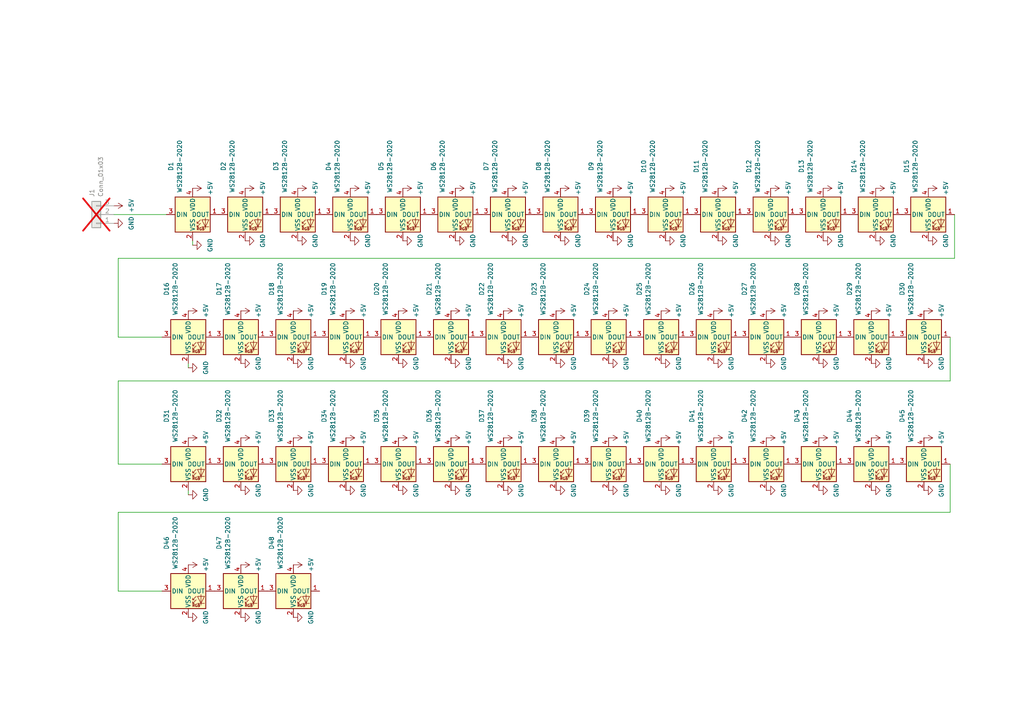
<source format=kicad_sch>
(kicad_sch (version 20250114) (generator "eeschema") (generator_version "9.0")
  (paper "A4")
  (title_block (rev "1") (company "Stiftelsen Teknikens Hus"))
  (lib_symbols
    (symbol "Connector_Generic:Conn_01x03" (pin_names (offset 1.016) (hide yes))
      (property "Reference" "J" (at 0 5.08 0))
      (property "Value" "Conn_01x03" (at 0 -5.08 0))
      (symbol "Conn_01x03_1_1"
        (rectangle (start -1.27 3.81) (end 1.27 -3.81) (stroke (width 0.254)) (fill (type background)))
        (rectangle (start -1.27 2.667) (end 0 2.413) (stroke (width 0.1524)))
        (rectangle (start -1.27 0.127) (end 0 -0.127) (stroke (width 0.1524)))
        (rectangle (start -1.27 -2.413) (end 0 -2.667) (stroke (width 0.1524)))
        (pin passive line (at -5.08 2.54 0) (length 3.81) (name "Pin_1") (number "1"))
        (pin passive line (at -5.08 0 0) (length 3.81) (name "Pin_2") (number "2"))
        (pin passive line (at -5.08 -2.54 0) (length 3.81) (name "Pin_3") (number "3"))
      )
    )
    (symbol "LED:WS2812B-2020" (pin_names (offset 0.254))
      (property "Reference" "D" (at 5.08 5.715 0))
      (property "Value" "WS2812B-2020" (at 1.27 -5.715 0))
      (symbol "WS2812B-2020_0_0"
        (text "RGB" (at 2.286 -4.191 0) (effects (font (size 0.762 0.762))))
      )
      (symbol "WS2812B-2020_0_1"
        (polyline (pts (xy 1.27 -2.54) (xy 1.778 -2.54)))
        (polyline (pts (xy 1.27 -3.556) (xy 1.778 -3.556)))
        (polyline (pts (xy 2.286 -1.524) (xy 1.27 -2.54) (xy 1.27 -2.032)))
        (polyline (pts (xy 2.286 -2.54) (xy 1.27 -3.556) (xy 1.27 -3.048)))
        (polyline (pts (xy 3.683 -1.016) (xy 3.683 -3.556) (xy 3.683 -4.064)))
        (polyline (pts (xy 4.699 -1.524) (xy 2.667 -1.524) (xy 3.683 -3.556) (xy 4.699 -1.524)))
        (polyline (pts (xy 4.699 -3.556) (xy 2.667 -3.556)))
        (rectangle (start 5.08 5.08) (end -5.08 -5.08) (stroke (width 0.254)) (fill (type background)))
      )
      (symbol "WS2812B-2020_1_1"
        (pin input line (at -7.62 0 0) (length 2.54) (name "DIN") (number "3"))
        (pin power_in line (at 0 7.62 270) (length 2.54) (name "VDD") (number "4"))
        (pin power_in line (at 0 -7.62 90) (length 2.54) (name "VSS") (number "2"))
        (pin output line (at 7.62 0 180) (length 2.54) (name "DOUT") (number "1"))
      )
    )
    (symbol "power:+5V" (power) (pin_numbers (hide yes)) (pin_names (offset 0) (hide yes))
      (property "Value" "+5V" (at 0 3.556 0))
      (symbol "+5V_0_1"
        (polyline (pts (xy -0.762 1.27) (xy 0 2.54)))
        (polyline (pts (xy 0 2.54) (xy 0.762 1.27)))
        (polyline (pts (xy 0 0) (xy 0 2.54)))
      )
      (symbol "+5V_1_1"
        (pin power_in line (at 0 0 90) (length 0) (name "~") (number "1"))
      )
    )
    (symbol "power:GND" (power) (pin_numbers (hide yes)) (pin_names (offset 0) (hide yes))
      (property "Value" "GND" (at 0 -3.81 0))
      (symbol "GND_0_1"
        (polyline (pts (xy 0 0) (xy 0 -1.27) (xy 1.27 -1.27) (xy 0 -2.54) (xy -1.27 -1.27) (xy 0 -1.27)))
      )
      (symbol "GND_1_1"
        (pin power_in line (at 0 0 270) (length 0) (name "~") (number "1"))
      )
    )
  )
  (wire (pts (xy 34.29 110.49) (xy 34.29 134.62)))
  (wire (pts (xy 275.59 134.62) (xy 275.59 148.59)))
  (wire (pts (xy 33.02 62.23) (xy 48.26 62.23)))
  (wire (pts (xy 275.59 110.49) (xy 34.29 110.49)))
  (wire (pts (xy 34.29 171.45) (xy 46.99 171.45)))
  (wire (pts (xy 275.59 148.59) (xy 34.29 148.59)))
  (wire (pts (xy 276.86 74.93) (xy 34.29 74.93)))
  (wire (pts (xy 276.86 62.23) (xy 276.86 74.93)))
  (wire (pts (xy 34.29 97.79) (xy 46.99 97.79)))
  (wire (pts (xy 34.29 134.62) (xy 46.99 134.62)))
  (wire (pts (xy 34.29 74.93) (xy 34.29 97.79)))
  (wire (pts (xy 275.59 97.79) (xy 275.59 110.49)))
  (wire (pts (xy 34.29 148.59) (xy 34.29 171.45)))
  (wire (pts (xy 54.61 143.51) (xy 54.61 142.24)))
  (wire (pts (xy 54.61 106.68) (xy 54.61 105.41)))
  (wire (pts (xy 55.88 71.12) (xy 55.88 69.85)))
  (symbol (lib_id "power:+5V") (at 85.09 90.17 270) (unit 1)
    (property "Reference" "#PWR037" (effects (hide yes)))
    (property "Value" "+5V" (at 90.17 90.17 0))
    (property "Description" "Power symbol creates a global label with name \"+5V\"" (effects (hide yes)))
  )
  (symbol (lib_id "power:GND") (at 85.09 179.07 90) (unit 1)
    (property "Reference" "#PWR098" (effects (hide yes)))
    (property "Value" "GND" (at 90.17 179.07 0))
    (property "Description" "Power symbol creates a global label with name \"GND\" , ground" (effects (hide yes)))
  )
  (symbol (lib_id "LED:WS2812B-2020") (at 252.73 134.62 0) (unit 1)
    (property "Reference" "D44" (at 246.4114 120.65 90))
    (property "Value" "WS2812B-2020" (at 248.9514 120.65 90))
    (property "Footprint" "LED_SMD:LED_WS2812B-2020_PLCC4_2.0x2.0mm" (effects (hide yes)))
    (property "Datasheet" "https://cdn-shop.adafruit.com/product-files/4684/4684_WS2812B-2020_V1.3_EN.pdf" (effects (hide yes)))
    (property "Description" "RGB LED with integrated controller, 2.0 x 2.0 mm, 12 mA" (effects (hide yes)))
  )
  (symbol (lib_id "LED:WS2812B-2020") (at 147.32 62.23 0) (unit 1)
    (property "Reference" "D7" (at 141.0014 48.26 90))
    (property "Value" "WS2812B-2020" (at 143.5414 48.26 90))
    (property "Footprint" "LED_SMD:LED_WS2812B-2020_PLCC4_2.0x2.0mm" (effects (hide yes)))
    (property "Datasheet" "https://cdn-shop.adafruit.com/product-files/4684/4684_WS2812B-2020_V1.3_EN.pdf" (effects (hide yes)))
    (property "Description" "RGB LED with integrated controller, 2.0 x 2.0 mm, 12 mA" (effects (hide yes)))
  )
  (symbol (lib_id "power:GND") (at 222.25 105.41 90) (unit 1)
    (property "Reference" "#PWR056" (effects (hide yes)))
    (property "Value" "GND" (at 227.33 105.41 0))
    (property "Description" "Power symbol creates a global label with name \"GND\" , ground" (effects (hide yes)))
  )
  (symbol (lib_id "power:+5V") (at 222.25 127 270) (unit 1)
    (property "Reference" "#PWR085" (effects (hide yes)))
    (property "Value" "+5V" (at 227.33 127 0))
    (property "Description" "Power symbol creates a global label with name \"+5V\"" (effects (hide yes)))
  )
  (symbol (lib_id "power:+5V") (at 161.29 127 270) (unit 1)
    (property "Reference" "#PWR077" (effects (hide yes)))
    (property "Value" "+5V" (at 166.37 127 0))
    (property "Description" "Power symbol creates a global label with name \"+5V\"" (effects (hide yes)))
  )
  (symbol (lib_id "power:GND") (at 161.29 142.24 90) (unit 1)
    (property "Reference" "#PWR078" (effects (hide yes)))
    (property "Value" "GND" (at 166.37 142.24 0))
    (property "Description" "Power symbol creates a global label with name \"GND\" , ground" (effects (hide yes)))
  )
  (symbol (lib_id "LED:WS2812B-2020") (at 161.29 97.79 0) (unit 1)
    (property "Reference" "D23" (at 154.9714 83.82 90))
    (property "Value" "WS2812B-2020" (at 157.5114 83.82 90))
    (property "Footprint" "LED_SMD:LED_WS2812B-2020_PLCC4_2.0x2.0mm" (effects (hide yes)))
    (property "Datasheet" "https://cdn-shop.adafruit.com/product-files/4684/4684_WS2812B-2020_V1.3_EN.pdf" (effects (hide yes)))
    (property "Description" "RGB LED with integrated controller, 2.0 x 2.0 mm, 12 mA" (effects (hide yes)))
  )
  (symbol (lib_id "power:+5V") (at 69.85 90.17 270) (unit 1)
    (property "Reference" "#PWR035" (effects (hide yes)))
    (property "Value" "+5V" (at 74.93 90.17 0))
    (property "Description" "Power symbol creates a global label with name \"+5V\"" (effects (hide yes)))
  )
  (symbol (lib_id "power:+5V") (at 146.05 90.17 270) (unit 1)
    (property "Reference" "#PWR045" (effects (hide yes)))
    (property "Value" "+5V" (at 151.13 90.17 0))
    (property "Description" "Power symbol creates a global label with name \"+5V\"" (effects (hide yes)))
  )
  (symbol (lib_id "power:GND") (at 130.81 142.24 90) (unit 1)
    (property "Reference" "#PWR074" (effects (hide yes)))
    (property "Value" "GND" (at 135.89 142.24 0))
    (property "Description" "Power symbol creates a global label with name \"GND\" , ground" (effects (hide yes)))
  )
  (symbol (lib_id "LED:WS2812B-2020") (at 238.76 62.23 0) (unit 1)
    (property "Reference" "D13" (at 232.4414 48.26 90))
    (property "Value" "WS2812B-2020" (at 234.9814 48.26 90))
    (property "Footprint" "LED_SMD:LED_WS2812B-2020_PLCC4_2.0x2.0mm" (effects (hide yes)))
    (property "Datasheet" "https://cdn-shop.adafruit.com/product-files/4684/4684_WS2812B-2020_V1.3_EN.pdf" (effects (hide yes)))
    (property "Description" "RGB LED with integrated controller, 2.0 x 2.0 mm, 12 mA" (effects (hide yes)))
  )
  (symbol (lib_id "LED:WS2812B-2020") (at 85.09 134.62 0) (unit 1)
    (property "Reference" "D33" (at 78.7714 120.65 90))
    (property "Value" "WS2812B-2020" (at 81.3114 120.65 90))
    (property "Footprint" "LED_SMD:LED_WS2812B-2020_PLCC4_2.0x2.0mm" (effects (hide yes)))
    (property "Datasheet" "https://cdn-shop.adafruit.com/product-files/4684/4684_WS2812B-2020_V1.3_EN.pdf" (effects (hide yes)))
    (property "Description" "RGB LED with integrated controller, 2.0 x 2.0 mm, 12 mA" (effects (hide yes)))
  )
  (symbol (lib_id "LED:WS2812B-2020") (at 146.05 134.62 0) (unit 1)
    (property "Reference" "D37" (at 139.7314 120.65 90))
    (property "Value" "WS2812B-2020" (at 142.2714 120.65 90))
    (property "Footprint" "LED_SMD:LED_WS2812B-2020_PLCC4_2.0x2.0mm" (effects (hide yes)))
    (property "Datasheet" "https://cdn-shop.adafruit.com/product-files/4684/4684_WS2812B-2020_V1.3_EN.pdf" (effects (hide yes)))
    (property "Description" "RGB LED with integrated controller, 2.0 x 2.0 mm, 12 mA" (effects (hide yes)))
  )
  (symbol (lib_id "LED:WS2812B-2020") (at 146.05 97.79 0) (unit 1)
    (property "Reference" "D22" (at 139.7314 83.82 90))
    (property "Value" "WS2812B-2020" (at 142.2714 83.82 90))
    (property "Footprint" "LED_SMD:LED_WS2812B-2020_PLCC4_2.0x2.0mm" (effects (hide yes)))
    (property "Datasheet" "https://cdn-shop.adafruit.com/product-files/4684/4684_WS2812B-2020_V1.3_EN.pdf" (effects (hide yes)))
    (property "Description" "RGB LED with integrated controller, 2.0 x 2.0 mm, 12 mA" (effects (hide yes)))
  )
  (symbol (lib_id "power:+5V") (at 193.04 54.61 270) (unit 1)
    (property "Reference" "#PWR021" (effects (hide yes)))
    (property "Value" "+5V" (at 198.12 54.61 0))
    (property "Description" "Power symbol creates a global label with name \"+5V\"" (effects (hide yes)))
  )
  (symbol (lib_id "power:+5V") (at 101.6 54.61 270) (unit 1)
    (property "Reference" "#PWR09" (effects (hide yes)))
    (property "Value" "+5V" (at 106.68 54.61 0))
    (property "Description" "Power symbol creates a global label with name \"+5V\"" (effects (hide yes)))
  )
  (symbol (lib_id "LED:WS2812B-2020") (at 54.61 97.79 0) (unit 1)
    (property "Reference" "D16" (at 48.2914 83.82 90))
    (property "Value" "WS2812B-2020" (at 50.8314 83.82 90))
    (property "Footprint" "LED_SMD:LED_WS2812B-2020_PLCC4_2.0x2.0mm" (effects (hide yes)))
    (property "Datasheet" "https://cdn-shop.adafruit.com/product-files/4684/4684_WS2812B-2020_V1.3_EN.pdf" (effects (hide yes)))
    (property "Description" "RGB LED with integrated controller, 2.0 x 2.0 mm, 12 mA" (effects (hide yes)))
  )
  (symbol (lib_id "LED:WS2812B-2020") (at 254 62.23 0) (unit 1)
    (property "Reference" "D14" (at 247.6814 48.26 90))
    (property "Value" "WS2812B-2020" (at 250.2214 48.26 90))
    (property "Footprint" "LED_SMD:LED_WS2812B-2020_PLCC4_2.0x2.0mm" (effects (hide yes)))
    (property "Datasheet" "https://cdn-shop.adafruit.com/product-files/4684/4684_WS2812B-2020_V1.3_EN.pdf" (effects (hide yes)))
    (property "Description" "RGB LED with integrated controller, 2.0 x 2.0 mm, 12 mA" (effects (hide yes)))
  )
  (symbol (lib_id "power:+5V") (at 252.73 90.17 270) (unit 1)
    (property "Reference" "#PWR059" (effects (hide yes)))
    (property "Value" "+5V" (at 257.81 90.17 0))
    (property "Description" "Power symbol creates a global label with name \"+5V\"" (effects (hide yes)))
  )
  (symbol (lib_id "LED:WS2812B-2020") (at 85.09 97.79 0) (unit 1)
    (property "Reference" "D18" (at 78.7714 83.82 90))
    (property "Value" "WS2812B-2020" (at 81.3114 83.82 90))
    (property "Footprint" "LED_SMD:LED_WS2812B-2020_PLCC4_2.0x2.0mm" (effects (hide yes)))
    (property "Datasheet" "https://cdn-shop.adafruit.com/product-files/4684/4684_WS2812B-2020_V1.3_EN.pdf" (effects (hide yes)))
    (property "Description" "RGB LED with integrated controller, 2.0 x 2.0 mm, 12 mA" (effects (hide yes)))
  )
  (symbol (lib_id "power:GND") (at 237.49 142.24 90) (unit 1)
    (property "Reference" "#PWR088" (effects (hide yes)))
    (property "Value" "GND" (at 242.57 142.24 0))
    (property "Description" "Power symbol creates a global label with name \"GND\" , ground" (effects (hide yes)))
  )
  (symbol (lib_id "LED:WS2812B-2020") (at 130.81 134.62 0) (unit 1)
    (property "Reference" "D36" (at 124.4914 120.65 90))
    (property "Value" "WS2812B-2020" (at 127.0314 120.65 90))
    (property "Footprint" "LED_SMD:LED_WS2812B-2020_PLCC4_2.0x2.0mm" (effects (hide yes)))
    (property "Datasheet" "https://cdn-shop.adafruit.com/product-files/4684/4684_WS2812B-2020_V1.3_EN.pdf" (effects (hide yes)))
    (property "Description" "RGB LED with integrated controller, 2.0 x 2.0 mm, 12 mA" (effects (hide yes)))
  )
  (symbol (lib_id "power:+5V") (at 254 54.61 270) (unit 1)
    (property "Reference" "#PWR029" (effects (hide yes)))
    (property "Value" "+5V" (at 259.08 54.61 0))
    (property "Description" "Power symbol creates a global label with name \"+5V\"" (effects (hide yes)))
  )
  (symbol (lib_id "LED:WS2812B-2020") (at 207.01 134.62 0) (unit 1)
    (property "Reference" "D41" (at 200.6914 120.65 90))
    (property "Value" "WS2812B-2020" (at 203.2314 120.65 90))
    (property "Footprint" "LED_SMD:LED_WS2812B-2020_PLCC4_2.0x2.0mm" (effects (hide yes)))
    (property "Datasheet" "https://cdn-shop.adafruit.com/product-files/4684/4684_WS2812B-2020_V1.3_EN.pdf" (effects (hide yes)))
    (property "Description" "RGB LED with integrated controller, 2.0 x 2.0 mm, 12 mA" (effects (hide yes)))
  )
  (symbol (lib_id "LED:WS2812B-2020") (at 252.73 97.79 0) (unit 1)
    (property "Reference" "D29" (at 246.4114 83.82 90))
    (property "Value" "WS2812B-2020" (at 248.9514 83.82 90))
    (property "Footprint" "LED_SMD:LED_WS2812B-2020_PLCC4_2.0x2.0mm" (effects (hide yes)))
    (property "Datasheet" "https://cdn-shop.adafruit.com/product-files/4684/4684_WS2812B-2020_V1.3_EN.pdf" (effects (hide yes)))
    (property "Description" "RGB LED with integrated controller, 2.0 x 2.0 mm, 12 mA" (effects (hide yes)))
  )
  (symbol (lib_id "LED:WS2812B-2020") (at 222.25 97.79 0) (unit 1)
    (property "Reference" "D27" (at 215.9314 83.82 90))
    (property "Value" "WS2812B-2020" (at 218.4714 83.82 90))
    (property "Footprint" "LED_SMD:LED_WS2812B-2020_PLCC4_2.0x2.0mm" (effects (hide yes)))
    (property "Datasheet" "https://cdn-shop.adafruit.com/product-files/4684/4684_WS2812B-2020_V1.3_EN.pdf" (effects (hide yes)))
    (property "Description" "RGB LED with integrated controller, 2.0 x 2.0 mm, 12 mA" (effects (hide yes)))
  )
  (symbol (lib_id "LED:WS2812B-2020") (at 161.29 134.62 0) (unit 1)
    (property "Reference" "D38" (at 154.9714 120.65 90))
    (property "Value" "WS2812B-2020" (at 157.5114 120.65 90))
    (property "Footprint" "LED_SMD:LED_WS2812B-2020_PLCC4_2.0x2.0mm" (effects (hide yes)))
    (property "Datasheet" "https://cdn-shop.adafruit.com/product-files/4684/4684_WS2812B-2020_V1.3_EN.pdf" (effects (hide yes)))
    (property "Description" "RGB LED with integrated controller, 2.0 x 2.0 mm, 12 mA" (effects (hide yes)))
  )
  (symbol (lib_id "LED:WS2812B-2020") (at 101.6 62.23 0) (unit 1)
    (property "Reference" "D4" (at 95.2814 48.26 90))
    (property "Value" "WS2812B-2020" (at 97.8214 48.26 90))
    (property "Footprint" "LED_SMD:LED_WS2812B-2020_PLCC4_2.0x2.0mm" (effects (hide yes)))
    (property "Datasheet" "https://cdn-shop.adafruit.com/product-files/4684/4684_WS2812B-2020_V1.3_EN.pdf" (effects (hide yes)))
    (property "Description" "RGB LED with integrated controller, 2.0 x 2.0 mm, 12 mA" (effects (hide yes)))
  )
  (symbol (lib_id "power:GND") (at 237.49 105.41 90) (unit 1)
    (property "Reference" "#PWR058" (effects (hide yes)))
    (property "Value" "GND" (at 242.57 105.41 0))
    (property "Description" "Power symbol creates a global label with name \"GND\" , ground" (effects (hide yes)))
  )
  (symbol (lib_id "power:GND") (at 101.6 69.85 90) (unit 1)
    (property "Reference" "#PWR010" (effects (hide yes)))
    (property "Value" "GND" (at 106.68 69.85 0))
    (property "Description" "Power symbol creates a global label with name \"GND\" , ground" (effects (hide yes)))
  )
  (symbol (lib_id "LED:WS2812B-2020") (at 237.49 134.62 0) (unit 1)
    (property "Reference" "D43" (at 231.1714 120.65 90))
    (property "Value" "WS2812B-2020" (at 233.7114 120.65 90))
    (property "Footprint" "LED_SMD:LED_WS2812B-2020_PLCC4_2.0x2.0mm" (effects (hide yes)))
    (property "Datasheet" "https://cdn-shop.adafruit.com/product-files/4684/4684_WS2812B-2020_V1.3_EN.pdf" (effects (hide yes)))
    (property "Description" "RGB LED with integrated controller, 2.0 x 2.0 mm, 12 mA" (effects (hide yes)))
  )
  (symbol (lib_id "power:GND") (at 100.33 105.41 90) (unit 1)
    (property "Reference" "#PWR040" (effects (hide yes)))
    (property "Value" "GND" (at 105.41 105.41 0))
    (property "Description" "Power symbol creates a global label with name \"GND\" , ground" (effects (hide yes)))
  )
  (symbol (lib_id "power:+5V") (at 162.56 54.61 270) (unit 1)
    (property "Reference" "#PWR017" (effects (hide yes)))
    (property "Value" "+5V" (at 167.64 54.61 0))
    (property "Description" "Power symbol creates a global label with name \"+5V\"" (effects (hide yes)))
  )
  (symbol (lib_id "power:+5V") (at 85.09 127 270) (unit 1)
    (property "Reference" "#PWR067" (effects (hide yes)))
    (property "Value" "+5V" (at 90.17 127 0))
    (property "Description" "Power symbol creates a global label with name \"+5V\"" (effects (hide yes)))
  )
  (symbol (lib_id "LED:WS2812B-2020") (at 208.28 62.23 0) (unit 1)
    (property "Reference" "D11" (at 201.9614 48.26 90))
    (property "Value" "WS2812B-2020" (at 204.5014 48.26 90))
    (property "Footprint" "LED_SMD:LED_WS2812B-2020_PLCC4_2.0x2.0mm" (effects (hide yes)))
    (property "Datasheet" "https://cdn-shop.adafruit.com/product-files/4684/4684_WS2812B-2020_V1.3_EN.pdf" (effects (hide yes)))
    (property "Description" "RGB LED with integrated controller, 2.0 x 2.0 mm, 12 mA" (effects (hide yes)))
  )
  (symbol (lib_id "LED:WS2812B-2020") (at 55.88 62.23 0) (unit 1)
    (property "Reference" "D1" (at 49.5614 48.26 90))
    (property "Value" "WS2812B-2020" (at 52.1014 48.26 90))
    (property "Footprint" "LED_SMD:LED_WS2812B-2020_PLCC4_2.0x2.0mm" (effects (hide yes)))
    (property "Datasheet" "https://cdn-shop.adafruit.com/product-files/4684/4684_WS2812B-2020_V1.3_EN.pdf" (effects (hide yes)))
    (property "Description" "RGB LED with integrated controller, 2.0 x 2.0 mm, 12 mA" (effects (hide yes)))
  )
  (symbol (lib_id "power:+5V") (at 147.32 54.61 270) (unit 1)
    (property "Reference" "#PWR015" (effects (hide yes)))
    (property "Value" "+5V" (at 152.4 54.61 0))
    (property "Description" "Power symbol creates a global label with name \"+5V\"" (effects (hide yes)))
  )
  (symbol (lib_id "power:GND") (at 33.02 64.77 90) (unit 1)
    (property "Reference" "#PWR05" (effects (hide yes)))
    (property "Value" "GND" (at 38.1 64.77 0))
    (property "Description" "Power symbol creates a global label with name \"GND\" , ground" (effects (hide yes)))
  )
  (symbol (lib_id "power:GND") (at 267.97 142.24 90) (unit 1)
    (property "Reference" "#PWR092" (effects (hide yes)))
    (property "Value" "GND" (at 273.05 142.24 0))
    (property "Description" "Power symbol creates a global label with name \"GND\" , ground" (effects (hide yes)))
  )
  (symbol (lib_id "power:+5V") (at 207.01 127 270) (unit 1)
    (property "Reference" "#PWR083" (effects (hide yes)))
    (property "Value" "+5V" (at 212.09 127 0))
    (property "Description" "Power symbol creates a global label with name \"+5V\"" (effects (hide yes)))
  )
  (symbol (lib_id "power:GND") (at 69.85 105.41 90) (unit 1)
    (property "Reference" "#PWR036" (effects (hide yes)))
    (property "Value" "GND" (at 74.93 105.41 0))
    (property "Description" "Power symbol creates a global label with name \"GND\" , ground" (effects (hide yes)))
  )
  (symbol (lib_id "LED:WS2812B-2020") (at 132.08 62.23 0) (unit 1)
    (property "Reference" "D6" (at 125.7614 48.26 90))
    (property "Value" "WS2812B-2020" (at 128.3014 48.26 90))
    (property "Footprint" "LED_SMD:LED_WS2812B-2020_PLCC4_2.0x2.0mm" (effects (hide yes)))
    (property "Datasheet" "https://cdn-shop.adafruit.com/product-files/4684/4684_WS2812B-2020_V1.3_EN.pdf" (effects (hide yes)))
    (property "Description" "RGB LED with integrated controller, 2.0 x 2.0 mm, 12 mA" (effects (hide yes)))
  )
  (symbol (lib_id "power:+5V") (at 223.52 54.61 270) (unit 1)
    (property "Reference" "#PWR025" (effects (hide yes)))
    (property "Value" "+5V" (at 228.6 54.61 0))
    (property "Description" "Power symbol creates a global label with name \"+5V\"" (effects (hide yes)))
  )
  (symbol (lib_id "power:+5V") (at 130.81 127 270) (unit 1)
    (property "Reference" "#PWR073" (effects (hide yes)))
    (property "Value" "+5V" (at 135.89 127 0))
    (property "Description" "Power symbol creates a global label with name \"+5V\"" (effects (hide yes)))
  )
  (symbol (lib_id "LED:WS2812B-2020") (at 222.25 134.62 0) (unit 1)
    (property "Reference" "D42" (at 215.9314 120.65 90))
    (property "Value" "WS2812B-2020" (at 218.4714 120.65 90))
    (property "Footprint" "LED_SMD:LED_WS2812B-2020_PLCC4_2.0x2.0mm" (effects (hide yes)))
    (property "Datasheet" "https://cdn-shop.adafruit.com/product-files/4684/4684_WS2812B-2020_V1.3_EN.pdf" (effects (hide yes)))
    (property "Description" "RGB LED with integrated controller, 2.0 x 2.0 mm, 12 mA" (effects (hide yes)))
  )
  (symbol (lib_id "power:GND") (at 176.53 105.41 90) (unit 1)
    (property "Reference" "#PWR050" (effects (hide yes)))
    (property "Value" "GND" (at 181.61 105.41 0))
    (property "Description" "Power symbol creates a global label with name \"GND\" , ground" (effects (hide yes)))
  )
  (symbol (lib_id "power:GND") (at 54.61 143.51 90) (unit 1)
    (property "Reference" "#PWR064" (effects (hide yes)))
    (property "Value" "GND" (at 59.69 143.51 0))
    (property "Description" "Power symbol creates a global label with name \"GND\" , ground" (effects (hide yes)))
  )
  (symbol (lib_id "power:+5V") (at 176.53 127 270) (unit 1)
    (property "Reference" "#PWR079" (effects (hide yes)))
    (property "Value" "+5V" (at 181.61 127 0))
    (property "Description" "Power symbol creates a global label with name \"+5V\"" (effects (hide yes)))
  )
  (symbol (lib_id "power:+5V") (at 191.77 90.17 270) (unit 1)
    (property "Reference" "#PWR051" (effects (hide yes)))
    (property "Value" "+5V" (at 196.85 90.17 0))
    (property "Description" "Power symbol creates a global label with name \"+5V\"" (effects (hide yes)))
  )
  (symbol (lib_id "LED:WS2812B-2020") (at 267.97 97.79 0) (unit 1)
    (property "Reference" "D30" (at 261.6514 83.82 90))
    (property "Value" "WS2812B-2020" (at 264.1914 83.82 90))
    (property "Footprint" "LED_SMD:LED_WS2812B-2020_PLCC4_2.0x2.0mm" (effects (hide yes)))
    (property "Datasheet" "https://cdn-shop.adafruit.com/product-files/4684/4684_WS2812B-2020_V1.3_EN.pdf" (effects (hide yes)))
    (property "Description" "RGB LED with integrated controller, 2.0 x 2.0 mm, 12 mA" (effects (hide yes)))
  )
  (symbol (lib_id "LED:WS2812B-2020") (at 191.77 97.79 0) (unit 1)
    (property "Reference" "D25" (at 185.4514 83.82 90))
    (property "Value" "WS2812B-2020" (at 187.9914 83.82 90))
    (property "Footprint" "LED_SMD:LED_WS2812B-2020_PLCC4_2.0x2.0mm" (effects (hide yes)))
    (property "Datasheet" "https://cdn-shop.adafruit.com/product-files/4684/4684_WS2812B-2020_V1.3_EN.pdf" (effects (hide yes)))
    (property "Description" "RGB LED with integrated controller, 2.0 x 2.0 mm, 12 mA" (effects (hide yes)))
  )
  (symbol (lib_id "power:+5V") (at 146.05 127 270) (unit 1)
    (property "Reference" "#PWR075" (effects (hide yes)))
    (property "Value" "+5V" (at 151.13 127 0))
    (property "Description" "Power symbol creates a global label with name \"+5V\"" (effects (hide yes)))
  )
  (symbol (lib_id "LED:WS2812B-2020") (at 100.33 97.79 0) (unit 1)
    (property "Reference" "D19" (at 94.0114 83.82 90))
    (property "Value" "WS2812B-2020" (at 96.5514 83.82 90))
    (property "Footprint" "LED_SMD:LED_WS2812B-2020_PLCC4_2.0x2.0mm" (effects (hide yes)))
    (property "Datasheet" "https://cdn-shop.adafruit.com/product-files/4684/4684_WS2812B-2020_V1.3_EN.pdf" (effects (hide yes)))
    (property "Description" "RGB LED with integrated controller, 2.0 x 2.0 mm, 12 mA" (effects (hide yes)))
  )
  (symbol (lib_id "power:GND") (at 269.24 69.85 90) (unit 1)
    (property "Reference" "#PWR032" (effects (hide yes)))
    (property "Value" "GND" (at 274.32 69.85 0))
    (property "Description" "Power symbol creates a global label with name \"GND\" , ground" (effects (hide yes)))
  )
  (symbol (lib_id "power:GND") (at 85.09 142.24 90) (unit 1)
    (property "Reference" "#PWR068" (effects (hide yes)))
    (property "Value" "GND" (at 90.17 142.24 0))
    (property "Description" "Power symbol creates a global label with name \"GND\" , ground" (effects (hide yes)))
  )
  (symbol (lib_id "power:+5V") (at 267.97 127 270) (unit 1)
    (property "Reference" "#PWR091" (effects (hide yes)))
    (property "Value" "+5V" (at 273.05 127 0))
    (property "Description" "Power symbol creates a global label with name \"+5V\"" (effects (hide yes)))
  )
  (symbol (lib_id "LED:WS2812B-2020") (at 162.56 62.23 0) (unit 1)
    (property "Reference" "D8" (at 156.2414 48.26 90))
    (property "Value" "WS2812B-2020" (at 158.7814 48.26 90))
    (property "Footprint" "LED_SMD:LED_WS2812B-2020_PLCC4_2.0x2.0mm" (effects (hide yes)))
    (property "Datasheet" "https://cdn-shop.adafruit.com/product-files/4684/4684_WS2812B-2020_V1.3_EN.pdf" (effects (hide yes)))
    (property "Description" "RGB LED with integrated controller, 2.0 x 2.0 mm, 12 mA" (effects (hide yes)))
  )
  (symbol (lib_id "power:+5V") (at 54.61 127 270) (unit 1)
    (property "Reference" "#PWR063" (effects (hide yes)))
    (property "Value" "+5V" (at 59.69 127 0))
    (property "Description" "Power symbol creates a global label with name \"+5V\"" (effects (hide yes)))
  )
  (symbol (lib_id "power:+5V") (at 269.24 54.61 270) (unit 1)
    (property "Reference" "#PWR031" (effects (hide yes)))
    (property "Value" "+5V" (at 274.32 54.61 0))
    (property "Description" "Power symbol creates a global label with name \"+5V\"" (effects (hide yes)))
  )
  (symbol (lib_id "power:GND") (at 69.85 142.24 90) (unit 1)
    (property "Reference" "#PWR066" (effects (hide yes)))
    (property "Value" "GND" (at 74.93 142.24 0))
    (property "Description" "Power symbol creates a global label with name \"GND\" , ground" (effects (hide yes)))
  )
  (symbol (lib_id "LED:WS2812B-2020") (at 193.04 62.23 0) (unit 1)
    (property "Reference" "D10" (at 186.7214 48.26 90))
    (property "Value" "WS2812B-2020" (at 189.2614 48.26 90))
    (property "Footprint" "LED_SMD:LED_WS2812B-2020_PLCC4_2.0x2.0mm" (effects (hide yes)))
    (property "Datasheet" "https://cdn-shop.adafruit.com/product-files/4684/4684_WS2812B-2020_V1.3_EN.pdf" (effects (hide yes)))
    (property "Description" "RGB LED with integrated controller, 2.0 x 2.0 mm, 12 mA" (effects (hide yes)))
  )
  (symbol (lib_id "power:GND") (at 116.84 69.85 90) (unit 1)
    (property "Reference" "#PWR012" (effects (hide yes)))
    (property "Value" "GND" (at 121.92 69.85 0))
    (property "Description" "Power symbol creates a global label with name \"GND\" , ground" (effects (hide yes)))
  )
  (symbol (lib_id "power:+5V") (at 100.33 90.17 270) (unit 1)
    (property "Reference" "#PWR039" (effects (hide yes)))
    (property "Value" "+5V" (at 105.41 90.17 0))
    (property "Description" "Power symbol creates a global label with name \"+5V\"" (effects (hide yes)))
  )
  (symbol (lib_id "LED:WS2812B-2020") (at 54.61 134.62 0) (unit 1)
    (property "Reference" "D31" (at 48.2914 120.65 90))
    (property "Value" "WS2812B-2020" (at 50.8314 120.65 90))
    (property "Footprint" "LED_SMD:LED_WS2812B-2020_PLCC4_2.0x2.0mm" (effects (hide yes)))
    (property "Datasheet" "https://cdn-shop.adafruit.com/product-files/4684/4684_WS2812B-2020_V1.3_EN.pdf" (effects (hide yes)))
    (property "Description" "RGB LED with integrated controller, 2.0 x 2.0 mm, 12 mA" (effects (hide yes)))
  )
  (symbol (lib_id "power:+5V") (at 33.02 59.69 270) (unit 1)
    (property "Reference" "#PWR04" (effects (hide yes)))
    (property "Value" "+5V" (at 38.1 59.69 0))
    (property "Description" "Power symbol creates a global label with name \"+5V\"" (effects (hide yes)))
  )
  (symbol (lib_id "power:+5V") (at 69.85 127 270) (unit 1)
    (property "Reference" "#PWR065" (effects (hide yes)))
    (property "Value" "+5V" (at 74.93 127 0))
    (property "Description" "Power symbol creates a global label with name \"+5V\"" (effects (hide yes)))
  )
  (symbol (lib_id "power:+5V") (at 54.61 90.17 270) (unit 1)
    (property "Reference" "#PWR033" (effects (hide yes)))
    (property "Value" "+5V" (at 59.69 90.17 0))
    (property "Description" "Power symbol creates a global label with name \"+5V\"" (effects (hide yes)))
  )
  (symbol (lib_id "power:GND") (at 55.88 71.12 90) (unit 1)
    (property "Reference" "#PWR02" (effects (hide yes)))
    (property "Value" "GND" (at 60.96 71.12 0))
    (property "Description" "Power symbol creates a global label with name \"GND\" , ground" (effects (hide yes)))
  )
  (symbol (lib_id "power:+5V") (at 86.36 54.61 270) (unit 1)
    (property "Reference" "#PWR07" (effects (hide yes)))
    (property "Value" "+5V" (at 91.44 54.61 0))
    (property "Description" "Power symbol creates a global label with name \"+5V\"" (effects (hide yes)))
  )
  (symbol (lib_id "power:+5V") (at 69.85 163.83 270) (unit 1)
    (property "Reference" "#PWR095" (effects (hide yes)))
    (property "Value" "+5V" (at 74.93 163.83 0))
    (property "Description" "Power symbol creates a global label with name \"+5V\"" (effects (hide yes)))
  )
  (symbol (lib_id "power:+5V") (at 100.33 127 270) (unit 1)
    (property "Reference" "#PWR069" (effects (hide yes)))
    (property "Value" "+5V" (at 105.41 127 0))
    (property "Description" "Power symbol creates a global label with name \"+5V\"" (effects (hide yes)))
  )
  (symbol (lib_id "power:GND") (at 252.73 105.41 90) (unit 1)
    (property "Reference" "#PWR060" (effects (hide yes)))
    (property "Value" "GND" (at 257.81 105.41 0))
    (property "Description" "Power symbol creates a global label with name \"GND\" , ground" (effects (hide yes)))
  )
  (symbol (lib_id "power:+5V") (at 238.76 54.61 270) (unit 1)
    (property "Reference" "#PWR027" (effects (hide yes)))
    (property "Value" "+5V" (at 243.84 54.61 0))
    (property "Description" "Power symbol creates a global label with name \"+5V\"" (effects (hide yes)))
  )
  (symbol (lib_id "power:GND") (at 162.56 69.85 90) (unit 1)
    (property "Reference" "#PWR018" (effects (hide yes)))
    (property "Value" "GND" (at 167.64 69.85 0))
    (property "Description" "Power symbol creates a global label with name \"GND\" , ground" (effects (hide yes)))
  )
  (symbol (lib_id "power:GND") (at 207.01 142.24 90) (unit 1)
    (property "Reference" "#PWR084" (effects (hide yes)))
    (property "Value" "GND" (at 212.09 142.24 0))
    (property "Description" "Power symbol creates a global label with name \"GND\" , ground" (effects (hide yes)))
  )
  (symbol (lib_id "power:GND") (at 176.53 142.24 90) (unit 1)
    (property "Reference" "#PWR080" (effects (hide yes)))
    (property "Value" "GND" (at 181.61 142.24 0))
    (property "Description" "Power symbol creates a global label with name \"GND\" , ground" (effects (hide yes)))
  )
  (symbol (lib_id "power:+5V") (at 191.77 127 270) (unit 1)
    (property "Reference" "#PWR081" (effects (hide yes)))
    (property "Value" "+5V" (at 196.85 127 0))
    (property "Description" "Power symbol creates a global label with name \"+5V\"" (effects (hide yes)))
  )
  (symbol (lib_id "LED:WS2812B-2020") (at 71.12 62.23 0) (unit 1)
    (property "Reference" "D2" (at 64.8014 48.26 90))
    (property "Value" "WS2812B-2020" (at 67.3414 48.26 90))
    (property "Footprint" "LED_SMD:LED_WS2812B-2020_PLCC4_2.0x2.0mm" (effects (hide yes)))
    (property "Datasheet" "https://cdn-shop.adafruit.com/product-files/4684/4684_WS2812B-2020_V1.3_EN.pdf" (effects (hide yes)))
    (property "Description" "RGB LED with integrated controller, 2.0 x 2.0 mm, 12 mA" (effects (hide yes)))
  )
  (symbol (lib_id "LED:WS2812B-2020") (at 54.61 171.45 0) (unit 1)
    (property "Reference" "D46" (at 48.2914 157.48 90))
    (property "Value" "WS2812B-2020" (at 50.8314 157.48 90))
    (property "Footprint" "LED_SMD:LED_WS2812B-2020_PLCC4_2.0x2.0mm" (effects (hide yes)))
    (property "Datasheet" "https://cdn-shop.adafruit.com/product-files/4684/4684_WS2812B-2020_V1.3_EN.pdf" (effects (hide yes)))
    (property "Description" "RGB LED with integrated controller, 2.0 x 2.0 mm, 12 mA" (effects (hide yes)))
  )
  (symbol (lib_id "power:GND") (at 267.97 105.41 90) (unit 1)
    (property "Reference" "#PWR062" (effects (hide yes)))
    (property "Value" "GND" (at 273.05 105.41 0))
    (property "Description" "Power symbol creates a global label with name \"GND\" , ground" (effects (hide yes)))
  )
  (symbol (lib_id "LED:WS2812B-2020") (at 85.09 171.45 0) (unit 1)
    (property "Reference" "D48" (at 78.7714 157.48 90))
    (property "Value" "WS2812B-2020" (at 81.3114 157.48 90))
    (property "Footprint" "LED_SMD:LED_WS2812B-2020_PLCC4_2.0x2.0mm" (effects (hide yes)))
    (property "Datasheet" "https://cdn-shop.adafruit.com/product-files/4684/4684_WS2812B-2020_V1.3_EN.pdf" (effects (hide yes)))
    (property "Description" "RGB LED with integrated controller, 2.0 x 2.0 mm, 12 mA" (effects (hide yes)))
  )
  (symbol (lib_id "power:GND") (at 71.12 69.85 90) (unit 1)
    (property "Reference" "#PWR06" (effects (hide yes)))
    (property "Value" "GND" (at 76.2 69.85 0))
    (property "Description" "Power symbol creates a global label with name \"GND\" , ground" (effects (hide yes)))
  )
  (symbol (lib_id "power:+5V") (at 55.88 54.61 270) (unit 1)
    (property "Reference" "#PWR01" (effects (hide yes)))
    (property "Value" "+5V" (at 60.96 54.61 0))
    (property "Description" "Power symbol creates a global label with name \"+5V\"" (effects (hide yes)))
  )
  (symbol (lib_id "LED:WS2812B-2020") (at 267.97 134.62 0) (unit 1)
    (property "Reference" "D45" (at 261.6514 120.65 90))
    (property "Value" "WS2812B-2020" (at 264.1914 120.65 90))
    (property "Footprint" "LED_SMD:LED_WS2812B-2020_PLCC4_2.0x2.0mm" (effects (hide yes)))
    (property "Datasheet" "https://cdn-shop.adafruit.com/product-files/4684/4684_WS2812B-2020_V1.3_EN.pdf" (effects (hide yes)))
    (property "Description" "RGB LED with integrated controller, 2.0 x 2.0 mm, 12 mA" (effects (hide yes)))
  )
  (symbol (lib_id "power:+5V") (at 161.29 90.17 270) (unit 1)
    (property "Reference" "#PWR047" (effects (hide yes)))
    (property "Value" "+5V" (at 166.37 90.17 0))
    (property "Description" "Power symbol creates a global label with name \"+5V\"" (effects (hide yes)))
  )
  (symbol (lib_id "power:GND") (at 191.77 142.24 90) (unit 1)
    (property "Reference" "#PWR082" (effects (hide yes)))
    (property "Value" "GND" (at 196.85 142.24 0))
    (property "Description" "Power symbol creates a global label with name \"GND\" , ground" (effects (hide yes)))
  )
  (symbol (lib_id "power:GND") (at 238.76 69.85 90) (unit 1)
    (property "Reference" "#PWR028" (effects (hide yes)))
    (property "Value" "GND" (at 243.84 69.85 0))
    (property "Description" "Power symbol creates a global label with name \"GND\" , ground" (effects (hide yes)))
  )
  (symbol (lib_id "power:GND") (at 177.8 69.85 90) (unit 1)
    (property "Reference" "#PWR020" (effects (hide yes)))
    (property "Value" "GND" (at 182.88 69.85 0))
    (property "Description" "Power symbol creates a global label with name \"GND\" , ground" (effects (hide yes)))
  )
  (symbol (lib_id "power:GND") (at 146.05 142.24 90) (unit 1)
    (property "Reference" "#PWR076" (effects (hide yes)))
    (property "Value" "GND" (at 151.13 142.24 0))
    (property "Description" "Power symbol creates a global label with name \"GND\" , ground" (effects (hide yes)))
  )
  (symbol (lib_id "Connector_Generic:Conn_01x03") (at 27.94 62.23 180) (unit 1) (dnp yes)
    (property "Reference" "J1" (at 26.6699 57.15 90) (effects (justify right)))
    (property "Value" "Conn_01x03" (at 29.2099 57.15 90) (effects (justify right)))
    (property "Footprint" "Connector_PinHeader_2.54mm:PinHeader_1x03_P2.54mm_Vertical" (effects (hide yes)))
    (property "Description" "Generic connector, single row, 01x03, script generated (kicad-library-utils/schlib/autogen/connector/)" (effects (hide yes)))
  )
  (symbol (lib_id "power:GND") (at 132.08 69.85 90) (unit 1)
    (property "Reference" "#PWR014" (effects (hide yes)))
    (property "Value" "GND" (at 137.16 69.85 0))
    (property "Description" "Power symbol creates a global label with name \"GND\" , ground" (effects (hide yes)))
  )
  (symbol (lib_id "LED:WS2812B-2020") (at 69.85 171.45 0) (unit 1)
    (property "Reference" "D47" (at 63.5314 157.48 90))
    (property "Value" "WS2812B-2020" (at 66.0714 157.48 90))
    (property "Footprint" "LED_SMD:LED_WS2812B-2020_PLCC4_2.0x2.0mm" (effects (hide yes)))
    (property "Datasheet" "https://cdn-shop.adafruit.com/product-files/4684/4684_WS2812B-2020_V1.3_EN.pdf" (effects (hide yes)))
    (property "Description" "RGB LED with integrated controller, 2.0 x 2.0 mm, 12 mA" (effects (hide yes)))
  )
  (symbol (lib_id "power:+5V") (at 54.61 163.83 270) (unit 1)
    (property "Reference" "#PWR093" (effects (hide yes)))
    (property "Value" "+5V" (at 59.69 163.83 0))
    (property "Description" "Power symbol creates a global label with name \"+5V\"" (effects (hide yes)))
  )
  (symbol (lib_id "power:GND") (at 69.85 179.07 90) (unit 1)
    (property "Reference" "#PWR096" (effects (hide yes)))
    (property "Value" "GND" (at 74.93 179.07 0))
    (property "Description" "Power symbol creates a global label with name \"GND\" , ground" (effects (hide yes)))
  )
  (symbol (lib_id "LED:WS2812B-2020") (at 69.85 134.62 0) (unit 1)
    (property "Reference" "D32" (at 63.5314 120.65 90))
    (property "Value" "WS2812B-2020" (at 66.0714 120.65 90))
    (property "Footprint" "LED_SMD:LED_WS2812B-2020_PLCC4_2.0x2.0mm" (effects (hide yes)))
    (property "Datasheet" "https://cdn-shop.adafruit.com/product-files/4684/4684_WS2812B-2020_V1.3_EN.pdf" (effects (hide yes)))
    (property "Description" "RGB LED with integrated controller, 2.0 x 2.0 mm, 12 mA" (effects (hide yes)))
  )
  (symbol (lib_id "LED:WS2812B-2020") (at 269.24 62.23 0) (unit 1)
    (property "Reference" "D15" (at 262.9214 48.26 90))
    (property "Value" "WS2812B-2020" (at 265.4614 48.26 90))
    (property "Footprint" "LED_SMD:LED_WS2812B-2020_PLCC4_2.0x2.0mm" (effects (hide yes)))
    (property "Datasheet" "https://cdn-shop.adafruit.com/product-files/4684/4684_WS2812B-2020_V1.3_EN.pdf" (effects (hide yes)))
    (property "Description" "RGB LED with integrated controller, 2.0 x 2.0 mm, 12 mA" (effects (hide yes)))
  )
  (symbol (lib_id "power:+5V") (at 115.57 127 270) (unit 1)
    (property "Reference" "#PWR071" (effects (hide yes)))
    (property "Value" "+5V" (at 120.65 127 0))
    (property "Description" "Power symbol creates a global label with name \"+5V\"" (effects (hide yes)))
  )
  (symbol (lib_id "LED:WS2812B-2020") (at 115.57 97.79 0) (unit 1)
    (property "Reference" "D20" (at 109.2514 83.82 90))
    (property "Value" "WS2812B-2020" (at 111.7914 83.82 90))
    (property "Footprint" "LED_SMD:LED_WS2812B-2020_PLCC4_2.0x2.0mm" (effects (hide yes)))
    (property "Datasheet" "https://cdn-shop.adafruit.com/product-files/4684/4684_WS2812B-2020_V1.3_EN.pdf" (effects (hide yes)))
    (property "Description" "RGB LED with integrated controller, 2.0 x 2.0 mm, 12 mA" (effects (hide yes)))
  )
  (symbol (lib_id "power:+5V") (at 115.57 90.17 270) (unit 1)
    (property "Reference" "#PWR041" (effects (hide yes)))
    (property "Value" "+5V" (at 120.65 90.17 0))
    (property "Description" "Power symbol creates a global label with name \"+5V\"" (effects (hide yes)))
  )
  (symbol (lib_id "power:+5V") (at 116.84 54.61 270) (unit 1)
    (property "Reference" "#PWR011" (effects (hide yes)))
    (property "Value" "+5V" (at 121.92 54.61 0))
    (property "Description" "Power symbol creates a global label with name \"+5V\"" (effects (hide yes)))
  )
  (symbol (lib_id "LED:WS2812B-2020") (at 223.52 62.23 0) (unit 1)
    (property "Reference" "D12" (at 217.2014 48.26 90))
    (property "Value" "WS2812B-2020" (at 219.7414 48.26 90))
    (property "Footprint" "LED_SMD:LED_WS2812B-2020_PLCC4_2.0x2.0mm" (effects (hide yes)))
    (property "Datasheet" "https://cdn-shop.adafruit.com/product-files/4684/4684_WS2812B-2020_V1.3_EN.pdf" (effects (hide yes)))
    (property "Description" "RGB LED with integrated controller, 2.0 x 2.0 mm, 12 mA" (effects (hide yes)))
  )
  (symbol (lib_id "power:+5V") (at 237.49 127 270) (unit 1)
    (property "Reference" "#PWR087" (effects (hide yes)))
    (property "Value" "+5V" (at 242.57 127 0))
    (property "Description" "Power symbol creates a global label with name \"+5V\"" (effects (hide yes)))
  )
  (symbol (lib_id "power:GND") (at 254 69.85 90) (unit 1)
    (property "Reference" "#PWR030" (effects (hide yes)))
    (property "Value" "GND" (at 259.08 69.85 0))
    (property "Description" "Power symbol creates a global label with name \"GND\" , ground" (effects (hide yes)))
  )
  (symbol (lib_id "LED:WS2812B-2020") (at 176.53 97.79 0) (unit 1)
    (property "Reference" "D24" (at 170.2114 83.82 90))
    (property "Value" "WS2812B-2020" (at 172.7514 83.82 90))
    (property "Footprint" "LED_SMD:LED_WS2812B-2020_PLCC4_2.0x2.0mm" (effects (hide yes)))
    (property "Datasheet" "https://cdn-shop.adafruit.com/product-files/4684/4684_WS2812B-2020_V1.3_EN.pdf" (effects (hide yes)))
    (property "Description" "RGB LED with integrated controller, 2.0 x 2.0 mm, 12 mA" (effects (hide yes)))
  )
  (symbol (lib_id "power:+5V") (at 267.97 90.17 270) (unit 1)
    (property "Reference" "#PWR061" (effects (hide yes)))
    (property "Value" "+5V" (at 273.05 90.17 0))
    (property "Description" "Power symbol creates a global label with name \"+5V\"" (effects (hide yes)))
  )
  (symbol (lib_id "power:GND") (at 54.61 179.07 90) (unit 1)
    (property "Reference" "#PWR094" (effects (hide yes)))
    (property "Value" "GND" (at 59.69 179.07 0))
    (property "Description" "Power symbol creates a global label with name \"GND\" , ground" (effects (hide yes)))
  )
  (symbol (lib_id "power:GND") (at 86.36 69.85 90) (unit 1)
    (property "Reference" "#PWR08" (effects (hide yes)))
    (property "Value" "GND" (at 91.44 69.85 0))
    (property "Description" "Power symbol creates a global label with name \"GND\" , ground" (effects (hide yes)))
  )
  (symbol (lib_id "power:+5V") (at 177.8 54.61 270) (unit 1)
    (property "Reference" "#PWR019" (effects (hide yes)))
    (property "Value" "+5V" (at 182.88 54.61 0))
    (property "Description" "Power symbol creates a global label with name \"+5V\"" (effects (hide yes)))
  )
  (symbol (lib_id "LED:WS2812B-2020") (at 116.84 62.23 0) (unit 1)
    (property "Reference" "D5" (at 110.5214 48.26 90))
    (property "Value" "WS2812B-2020" (at 113.0614 48.26 90))
    (property "Footprint" "LED_SMD:LED_WS2812B-2020_PLCC4_2.0x2.0mm" (effects (hide yes)))
    (property "Datasheet" "https://cdn-shop.adafruit.com/product-files/4684/4684_WS2812B-2020_V1.3_EN.pdf" (effects (hide yes)))
    (property "Description" "RGB LED with integrated controller, 2.0 x 2.0 mm, 12 mA" (effects (hide yes)))
  )
  (symbol (lib_id "LED:WS2812B-2020") (at 115.57 134.62 0) (unit 1)
    (property "Reference" "D35" (at 109.2514 120.65 90))
    (property "Value" "WS2812B-2020" (at 111.7914 120.65 90))
    (property "Footprint" "LED_SMD:LED_WS2812B-2020_PLCC4_2.0x2.0mm" (effects (hide yes)))
    (property "Datasheet" "https://cdn-shop.adafruit.com/product-files/4684/4684_WS2812B-2020_V1.3_EN.pdf" (effects (hide yes)))
    (property "Description" "RGB LED with integrated controller, 2.0 x 2.0 mm, 12 mA" (effects (hide yes)))
  )
  (symbol (lib_id "power:GND") (at 115.57 142.24 90) (unit 1)
    (property "Reference" "#PWR072" (effects (hide yes)))
    (property "Value" "GND" (at 120.65 142.24 0))
    (property "Description" "Power symbol creates a global label with name \"GND\" , ground" (effects (hide yes)))
  )
  (symbol (lib_id "power:GND") (at 147.32 69.85 90) (unit 1)
    (property "Reference" "#PWR016" (effects (hide yes)))
    (property "Value" "GND" (at 152.4 69.85 0))
    (property "Description" "Power symbol creates a global label with name \"GND\" , ground" (effects (hide yes)))
  )
  (symbol (lib_id "power:+5V") (at 132.08 54.61 270) (unit 1)
    (property "Reference" "#PWR013" (effects (hide yes)))
    (property "Value" "+5V" (at 137.16 54.61 0))
    (property "Description" "Power symbol creates a global label with name \"+5V\"" (effects (hide yes)))
  )
  (symbol (lib_id "power:GND") (at 191.77 105.41 90) (unit 1)
    (property "Reference" "#PWR052" (effects (hide yes)))
    (property "Value" "GND" (at 196.85 105.41 0))
    (property "Description" "Power symbol creates a global label with name \"GND\" , ground" (effects (hide yes)))
  )
  (symbol (lib_id "LED:WS2812B-2020") (at 69.85 97.79 0) (unit 1)
    (property "Reference" "D17" (at 63.5314 83.82 90))
    (property "Value" "WS2812B-2020" (at 66.0714 83.82 90))
    (property "Footprint" "LED_SMD:LED_WS2812B-2020_PLCC4_2.0x2.0mm" (effects (hide yes)))
    (property "Datasheet" "https://cdn-shop.adafruit.com/product-files/4684/4684_WS2812B-2020_V1.3_EN.pdf" (effects (hide yes)))
    (property "Description" "RGB LED with integrated controller, 2.0 x 2.0 mm, 12 mA" (effects (hide yes)))
  )
  (symbol (lib_id "power:+5V") (at 207.01 90.17 270) (unit 1)
    (property "Reference" "#PWR053" (effects (hide yes)))
    (property "Value" "+5V" (at 212.09 90.17 0))
    (property "Description" "Power symbol creates a global label with name \"+5V\"" (effects (hide yes)))
  )
  (symbol (lib_id "power:GND") (at 115.57 105.41 90) (unit 1)
    (property "Reference" "#PWR042" (effects (hide yes)))
    (property "Value" "GND" (at 120.65 105.41 0))
    (property "Description" "Power symbol creates a global label with name \"GND\" , ground" (effects (hide yes)))
  )
  (symbol (lib_id "power:GND") (at 85.09 105.41 90) (unit 1)
    (property "Reference" "#PWR038" (effects (hide yes)))
    (property "Value" "GND" (at 90.17 105.41 0))
    (property "Description" "Power symbol creates a global label with name \"GND\" , ground" (effects (hide yes)))
  )
  (symbol (lib_id "power:+5V") (at 237.49 90.17 270) (unit 1)
    (property "Reference" "#PWR057" (effects (hide yes)))
    (property "Value" "+5V" (at 242.57 90.17 0))
    (property "Description" "Power symbol creates a global label with name \"+5V\"" (effects (hide yes)))
  )
  (symbol (lib_id "power:+5V") (at 208.28 54.61 270) (unit 1)
    (property "Reference" "#PWR023" (effects (hide yes)))
    (property "Value" "+5V" (at 213.36 54.61 0))
    (property "Description" "Power symbol creates a global label with name \"+5V\"" (effects (hide yes)))
  )
  (symbol (lib_id "LED:WS2812B-2020") (at 100.33 134.62 0) (unit 1)
    (property "Reference" "D34" (at 94.0114 120.65 90))
    (property "Value" "WS2812B-2020" (at 96.5514 120.65 90))
    (property "Footprint" "LED_SMD:LED_WS2812B-2020_PLCC4_2.0x2.0mm" (effects (hide yes)))
    (property "Datasheet" "https://cdn-shop.adafruit.com/product-files/4684/4684_WS2812B-2020_V1.3_EN.pdf" (effects (hide yes)))
    (property "Description" "RGB LED with integrated controller, 2.0 x 2.0 mm, 12 mA" (effects (hide yes)))
  )
  (symbol (lib_id "power:GND") (at 100.33 142.24 90) (unit 1)
    (property "Reference" "#PWR070" (effects (hide yes)))
    (property "Value" "GND" (at 105.41 142.24 0))
    (property "Description" "Power symbol creates a global label with name \"GND\" , ground" (effects (hide yes)))
  )
  (symbol (lib_id "power:GND") (at 193.04 69.85 90) (unit 1)
    (property "Reference" "#PWR022" (effects (hide yes)))
    (property "Value" "GND" (at 198.12 69.85 0))
    (property "Description" "Power symbol creates a global label with name \"GND\" , ground" (effects (hide yes)))
  )
  (symbol (lib_id "LED:WS2812B-2020") (at 130.81 97.79 0) (unit 1)
    (property "Reference" "D21" (at 124.4914 83.82 90))
    (property "Value" "WS2812B-2020" (at 127.0314 83.82 90))
    (property "Footprint" "LED_SMD:LED_WS2812B-2020_PLCC4_2.0x2.0mm" (effects (hide yes)))
    (property "Datasheet" "https://cdn-shop.adafruit.com/product-files/4684/4684_WS2812B-2020_V1.3_EN.pdf" (effects (hide yes)))
    (property "Description" "RGB LED with integrated controller, 2.0 x 2.0 mm, 12 mA" (effects (hide yes)))
  )
  (symbol (lib_id "LED:WS2812B-2020") (at 207.01 97.79 0) (unit 1)
    (property "Reference" "D26" (at 200.6914 83.82 90))
    (property "Value" "WS2812B-2020" (at 203.2314 83.82 90))
    (property "Footprint" "LED_SMD:LED_WS2812B-2020_PLCC4_2.0x2.0mm" (effects (hide yes)))
    (property "Datasheet" "https://cdn-shop.adafruit.com/product-files/4684/4684_WS2812B-2020_V1.3_EN.pdf" (effects (hide yes)))
    (property "Description" "RGB LED with integrated controller, 2.0 x 2.0 mm, 12 mA" (effects (hide yes)))
  )
  (symbol (lib_id "LED:WS2812B-2020") (at 191.77 134.62 0) (unit 1)
    (property "Reference" "D40" (at 185.4514 120.65 90))
    (property "Value" "WS2812B-2020" (at 187.9914 120.65 90))
    (property "Footprint" "LED_SMD:LED_WS2812B-2020_PLCC4_2.0x2.0mm" (effects (hide yes)))
    (property "Datasheet" "https://cdn-shop.adafruit.com/product-files/4684/4684_WS2812B-2020_V1.3_EN.pdf" (effects (hide yes)))
    (property "Description" "RGB LED with integrated controller, 2.0 x 2.0 mm, 12 mA" (effects (hide yes)))
  )
  (symbol (lib_id "power:+5V") (at 252.73 127 270) (unit 1)
    (property "Reference" "#PWR089" (effects (hide yes)))
    (property "Value" "+5V" (at 257.81 127 0))
    (property "Description" "Power symbol creates a global label with name \"+5V\"" (effects (hide yes)))
  )
  (symbol (lib_id "power:GND") (at 130.81 105.41 90) (unit 1)
    (property "Reference" "#PWR044" (effects (hide yes)))
    (property "Value" "GND" (at 135.89 105.41 0))
    (property "Description" "Power symbol creates a global label with name \"GND\" , ground" (effects (hide yes)))
  )
  (symbol (lib_id "power:GND") (at 222.25 142.24 90) (unit 1)
    (property "Reference" "#PWR086" (effects (hide yes)))
    (property "Value" "GND" (at 227.33 142.24 0))
    (property "Description" "Power symbol creates a global label with name \"GND\" , ground" (effects (hide yes)))
  )
  (symbol (lib_id "power:GND") (at 146.05 105.41 90) (unit 1)
    (property "Reference" "#PWR046" (effects (hide yes)))
    (property "Value" "GND" (at 151.13 105.41 0))
    (property "Description" "Power symbol creates a global label with name \"GND\" , ground" (effects (hide yes)))
  )
  (symbol (lib_id "power:GND") (at 208.28 69.85 90) (unit 1)
    (property "Reference" "#PWR024" (effects (hide yes)))
    (property "Value" "GND" (at 213.36 69.85 0))
    (property "Description" "Power symbol creates a global label with name \"GND\" , ground" (effects (hide yes)))
  )
  (symbol (lib_id "LED:WS2812B-2020") (at 177.8 62.23 0) (unit 1)
    (property "Reference" "D9" (at 171.4814 48.26 90))
    (property "Value" "WS2812B-2020" (at 174.0214 48.26 90))
    (property "Footprint" "LED_SMD:LED_WS2812B-2020_PLCC4_2.0x2.0mm" (effects (hide yes)))
    (property "Datasheet" "https://cdn-shop.adafruit.com/product-files/4684/4684_WS2812B-2020_V1.3_EN.pdf" (effects (hide yes)))
    (property "Description" "RGB LED with integrated controller, 2.0 x 2.0 mm, 12 mA" (effects (hide yes)))
  )
  (symbol (lib_id "power:GND") (at 207.01 105.41 90) (unit 1)
    (property "Reference" "#PWR054" (effects (hide yes)))
    (property "Value" "GND" (at 212.09 105.41 0))
    (property "Description" "Power symbol creates a global label with name \"GND\" , ground" (effects (hide yes)))
  )
  (symbol (lib_id "power:+5V") (at 85.09 163.83 270) (unit 1)
    (property "Reference" "#PWR097" (effects (hide yes)))
    (property "Value" "+5V" (at 90.17 163.83 0))
    (property "Description" "Power symbol creates a global label with name \"+5V\"" (effects (hide yes)))
  )
  (symbol (lib_id "power:GND") (at 223.52 69.85 90) (unit 1)
    (property "Reference" "#PWR026" (effects (hide yes)))
    (property "Value" "GND" (at 228.6 69.85 0))
    (property "Description" "Power symbol creates a global label with name \"GND\" , ground" (effects (hide yes)))
  )
  (symbol (lib_id "power:+5V") (at 71.12 54.61 270) (unit 1)
    (property "Reference" "#PWR03" (effects (hide yes)))
    (property "Value" "+5V" (at 76.2 54.61 0))
    (property "Description" "Power symbol creates a global label with name \"+5V\"" (effects (hide yes)))
  )
  (symbol (lib_id "power:GND") (at 161.29 105.41 90) (unit 1)
    (property "Reference" "#PWR048" (effects (hide yes)))
    (property "Value" "GND" (at 166.37 105.41 0))
    (property "Description" "Power symbol creates a global label with name \"GND\" , ground" (effects (hide yes)))
  )
  (symbol (lib_id "power:GND") (at 252.73 142.24 90) (unit 1)
    (property "Reference" "#PWR090" (effects (hide yes)))
    (property "Value" "GND" (at 257.81 142.24 0))
    (property "Description" "Power symbol creates a global label with name \"GND\" , ground" (effects (hide yes)))
  )
  (symbol (lib_id "power:+5V") (at 130.81 90.17 270) (unit 1)
    (property "Reference" "#PWR043" (effects (hide yes)))
    (property "Value" "+5V" (at 135.89 90.17 0))
    (property "Description" "Power symbol creates a global label with name \"+5V\"" (effects (hide yes)))
  )
  (symbol (lib_id "LED:WS2812B-2020") (at 237.49 97.79 0) (unit 1)
    (property "Reference" "D28" (at 231.1714 83.82 90))
    (property "Value" "WS2812B-2020" (at 233.7114 83.82 90))
    (property "Footprint" "LED_SMD:LED_WS2812B-2020_PLCC4_2.0x2.0mm" (effects (hide yes)))
    (property "Datasheet" "https://cdn-shop.adafruit.com/product-files/4684/4684_WS2812B-2020_V1.3_EN.pdf" (effects (hide yes)))
    (property "Description" "RGB LED with integrated controller, 2.0 x 2.0 mm, 12 mA" (effects (hide yes)))
  )
  (symbol (lib_id "power:+5V") (at 222.25 90.17 270) (unit 1)
    (property "Reference" "#PWR055" (effects (hide yes)))
    (property "Value" "+5V" (at 227.33 90.17 0))
    (property "Description" "Power symbol creates a global label with name \"+5V\"" (effects (hide yes)))
  )
  (symbol (lib_id "LED:WS2812B-2020") (at 176.53 134.62 0) (unit 1)
    (property "Reference" "D39" (at 170.2114 120.65 90))
    (property "Value" "WS2812B-2020" (at 172.7514 120.65 90))
    (property "Footprint" "LED_SMD:LED_WS2812B-2020_PLCC4_2.0x2.0mm" (effects (hide yes)))
    (property "Datasheet" "https://cdn-shop.adafruit.com/product-files/4684/4684_WS2812B-2020_V1.3_EN.pdf" (effects (hide yes)))
    (property "Description" "RGB LED with integrated controller, 2.0 x 2.0 mm, 12 mA" (effects (hide yes)))
  )
  (symbol (lib_id "power:GND") (at 54.61 106.68 90) (unit 1)
    (property "Reference" "#PWR034" (effects (hide yes)))
    (property "Value" "GND" (at 59.69 106.68 0))
    (property "Description" "Power symbol creates a global label with name \"GND\" , ground" (effects (hide yes)))
  )
  (symbol (lib_id "power:+5V") (at 176.53 90.17 270) (unit 1)
    (property "Reference" "#PWR049" (effects (hide yes)))
    (property "Value" "+5V" (at 181.61 90.17 0))
    (property "Description" "Power symbol creates a global label with name \"+5V\"" (effects (hide yes)))
  )
  (symbol (lib_id "LED:WS2812B-2020") (at 86.36 62.23 0) (unit 1)
    (property "Reference" "D3" (at 80.0414 48.26 90))
    (property "Value" "WS2812B-2020" (at 82.5814 48.26 90))
    (property "Footprint" "LED_SMD:LED_WS2812B-2020_PLCC4_2.0x2.0mm" (effects (hide yes)))
    (property "Datasheet" "https://cdn-shop.adafruit.com/product-files/4684/4684_WS2812B-2020_V1.3_EN.pdf" (effects (hide yes)))
    (property "Description" "RGB LED with integrated controller, 2.0 x 2.0 mm, 12 mA" (effects (hide yes)))
  )
)
</source>
